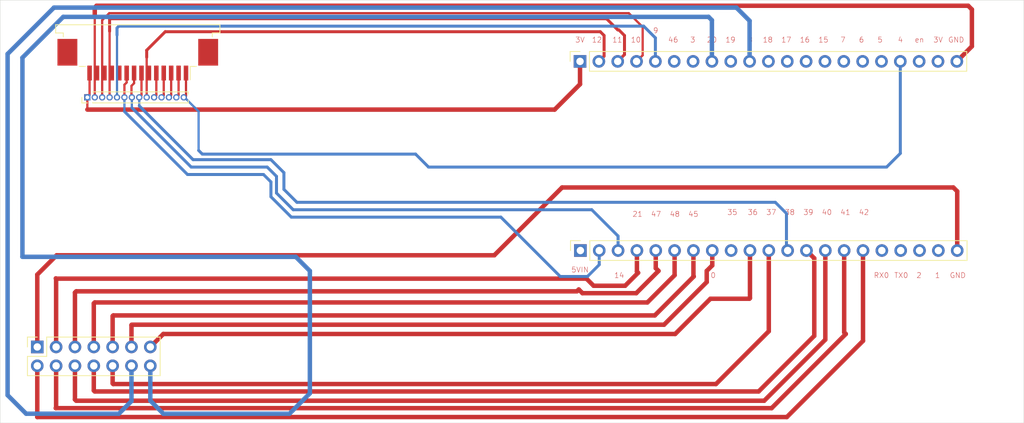
<source format=kicad_pcb>
(kicad_pcb (version 20241229) (generator "pcbnew") (generator_version "9.0")
  (layers (0 "F.Cu" signal) (2 "B.Cu" signal) (13 "F.Paste" user) (15 "B.Paste" user) (5 "F.SilkS" user "F.Silkscreen") (7 "B.SilkS" user "B.Silkscreen") (1 "F.Mask" user) (3 "B.Mask" user) (25 "Edge.Cuts" user))
  (net 0 "")
  (net 1 ".")
  (footprint "Connector_FFC-FPC:TE_1-84952-4_1x14-1MP_P1.0mm_Horizontal" (layer "F.Cu") (at 98.05 84.02 180)
    (property "Reference" "REF**" (hide yes))
    (property "Value" "TE_1-84952-4_1x14-1MP_P1.0mm_Horizontal" (hide yes))
    (fp_line (start 11.07 4.71) (end -11.07 4.71) (stroke (width 0.12)) (layer "F.SilkS"))
    (fp_line (start 11.07 3.6) (end 11.07 4.71) (stroke (width 0.12)) (layer "F.SilkS"))
    (fp_line (start 10.045 3.6) (end 11.07 3.6) (stroke (width 0.12)) (layer "F.SilkS"))
    (fp_line (start 10.045 3.06) (end 10.045 3.6) (stroke (width 0.12)) (layer "F.SilkS"))
    (fp_line (start 7.065 -0.91) (end 7.89 -0.91) (stroke (width 0.12)) (layer "F.SilkS"))
    (fp_line (start -7.065 -0.91) (end -7.065 -2.71) (stroke (width 0.12)) (layer "F.SilkS"))
    (fp_line (start -7.89 -0.91) (end -7.065 -0.91) (stroke (width 0.12)) (layer "F.SilkS"))
    (fp_line (start -10.045 3.6) (end -10.045 3.06) (stroke (width 0.12)) (layer "F.SilkS"))
    (fp_line (start -11.07 4.71) (end -11.07 3.6) (stroke (width 0.12)) (layer "F.SilkS"))
    (fp_line (start -11.07 3.6) (end -10.045 3.6) (stroke (width 0.12)) (layer "F.SilkS"))
    (pad "1" smd rect (at -6.5 -1.8 180) (size 0.61 2) (layers "F.Cu" "F.Mask" "F.Paste"))
    (pad "2" smd rect (at -5.5 -1.8 180) (size 0.61 2) (layers "F.Cu" "F.Mask" "F.Paste"))
    (pad "3" smd rect (at -4.5 -1.8 180) (size 0.61 2) (layers "F.Cu" "F.Mask" "F.Paste"))
    (pad "4" smd rect (at -3.5 -1.8 180) (size 0.61 2) (layers "F.Cu" "F.Mask" "F.Paste"))
    (pad "5" smd rect (at -2.5 -1.8 180) (size 0.61 2) (layers "F.Cu" "F.Mask" "F.Paste"))
    (pad "6" smd rect (at -1.5 -1.8 180) (size 0.61 2) (layers "F.Cu" "F.Mask" "F.Paste"))
    (pad "7" smd rect (at -0.5 -1.8 180) (size 0.61 2) (layers "F.Cu" "F.Mask" "F.Paste") (net 1 "."))
    (pad "8" smd rect (at 0.5 -1.8 180) (size 0.61 2) (layers "F.Cu" "F.Mask" "F.Paste"))
    (pad "9" smd rect (at 1.5 -1.8 180) (size 0.61 2) (layers "F.Cu" "F.Mask" "F.Paste"))
    (pad "10" smd rect (at 2.5 -1.8 180) (size 0.61 2) (layers "F.Cu" "F.Mask" "F.Paste"))
    (pad "11" smd rect (at 3.5 -1.8 180) (size 0.61 2) (layers "F.Cu" "F.Mask" "F.Paste"))
    (pad "12" smd rect (at 4.5 -1.8 180) (size 0.61 2) (layers "F.Cu" "F.Mask" "F.Paste"))
    (pad "13" smd rect (at 5.5 -1.8 180) (size 0.61 2) (layers "F.Cu" "F.Mask" "F.Paste"))
    (pad "14" smd rect (at 6.5 -1.8 180) (size 0.61 2) (layers "F.Cu" "F.Mask" "F.Paste"))
    (pad "MP" smd rect (at -9.49 1 180) (size 2.68 3.6) (layers "F.Cu" "F.Mask" "F.Paste"))
    (pad "MP" smd rect (at 9.49 1 180) (size 2.68 3.6) (layers "F.Cu" "F.Mask" "F.Paste"))
  )
  (footprint "Connector_PinSocket_2.54mm:PinSocket_1x21_P2.54mm_Vertical" (layer "F.Cu") (at 157.72 109.75 90)
    (property "Reference" "REF**" (hide yes))
    (property "Value" "PinSocket_1x21_P2.54mm_Vertical" (hide yes))
    (fp_line (start 1.33 -1.33) (end 1.33 0) (stroke (width 0.12)) (layer "F.SilkS"))
    (fp_line (start 0 -1.33) (end 1.33 -1.33) (stroke (width 0.12)) (layer "F.SilkS"))
    (fp_line (start 1.33 1.27) (end 1.33 52.13) (stroke (width 0.12)) (layer "F.SilkS"))
    (fp_line (start -1.33 1.27) (end 1.33 1.27) (stroke (width 0.12)) (layer "F.SilkS"))
    (fp_line (start -1.33 1.27) (end -1.33 52.13) (stroke (width 0.12)) (layer "F.SilkS"))
    (fp_line (start -1.33 52.13) (end 1.33 52.13) (stroke (width 0.12)) (layer "F.SilkS"))
    (pad "1" thru_hole rect (at 0 0 90) (size 1.7 1.7) (drill 1) (layers "*.Cu" "*.Mask") (net 1 "."))
    (pad "2" thru_hole circle (at 0 2.54 90) (size 1.7 1.7) (drill 1) (layers "*.Cu" "*.Mask") (net 1 "."))
    (pad "3" thru_hole circle (at 0 5.08 90) (size 1.7 1.7) (drill 1) (layers "*.Cu" "*.Mask") (net 1 "."))
    (pad "4" thru_hole circle (at 0 7.62 90) (size 1.7 1.7) (drill 1) (layers "*.Cu" "*.Mask") (net 1 "."))
    (pad "5" thru_hole circle (at 0 10.16 90) (size 1.7 1.7) (drill 1) (layers "*.Cu" "*.Mask") (net 1 "."))
    (pad "6" thru_hole circle (at 0 12.7 90) (size 1.7 1.7) (drill 1) (layers "*.Cu" "*.Mask") (net 1 "."))
    (pad "7" thru_hole circle (at 0 15.24 90) (size 1.7 1.7) (drill 1) (layers "*.Cu" "*.Mask") (net 1 "."))
    (pad "8" thru_hole circle (at 0 17.78 90) (size 1.7 1.7) (drill 1) (layers "*.Cu" "*.Mask") (net 1 "."))
    (pad "9" thru_hole circle (at 0 20.32 90) (size 1.7 1.7) (drill 1) (layers "*.Cu" "*.Mask") (net 1 "."))
    (pad "10" thru_hole circle (at 0 22.86 90) (size 1.7 1.7) (drill 1) (layers "*.Cu" "*.Mask") (net 1 "."))
    (pad "11" thru_hole circle (at 0 25.4 90) (size 1.7 1.7) (drill 1) (layers "*.Cu" "*.Mask") (net 1 "."))
    (pad "12" thru_hole circle (at 0 27.94 90) (size 1.7 1.7) (drill 1) (layers "*.Cu" "*.Mask") (net 1 "."))
    (pad "13" thru_hole circle (at 0 30.48 90) (size 1.7 1.7) (drill 1) (layers "*.Cu" "*.Mask") (net 1 "."))
    (pad "14" thru_hole circle (at 0 33.02 90) (size 1.7 1.7) (drill 1) (layers "*.Cu" "*.Mask") (net 1 "."))
    (pad "15" thru_hole circle (at 0 35.56 90) (size 1.7 1.7) (drill 1) (layers "*.Cu" "*.Mask") (net 1 "."))
    (pad "16" thru_hole circle (at 0 38.1 90) (size 1.7 1.7) (drill 1) (layers "*.Cu" "*.Mask") (net 1 "."))
    (pad "17" thru_hole circle (at 0 40.64 90) (size 1.7 1.7) (drill 1) (layers "*.Cu" "*.Mask") (net 1 "."))
    (pad "18" thru_hole circle (at 0 43.18 90) (size 1.7 1.7) (drill 1) (layers "*.Cu" "*.Mask") (net 1 "."))
    (pad "19" thru_hole circle (at 0 45.72 90) (size 1.7 1.7) (drill 1) (layers "*.Cu" "*.Mask") (net 1 "."))
    (pad "20" thru_hole circle (at 0 48.26 90) (size 1.7 1.7) (drill 1) (layers "*.Cu" "*.Mask") (net 1 "."))
    (pad "21" thru_hole circle (at 0 50.8 90) (size 1.7 1.7) (drill 1) (layers "*.Cu" "*.Mask") (net 1 "."))
  )
  (footprint "Connector_PinSocket_2.54mm:PinSocket_2x07_P2.54mm_Vertical" (layer "F.Cu") (at 84.5 122.75 90)
    (property "Reference" "REF**" (hide yes))
    (property "Value" "PinSocket_2x07_P2.54mm_Vertical" (hide yes))
    (fp_line (start 1.33 -1.33) (end 1.33 0) (stroke (width 0.12)) (layer "F.SilkS"))
    (fp_line (start 0 -1.33) (end 1.33 -1.33) (stroke (width 0.12)) (layer "F.SilkS"))
    (fp_line (start -1.27 -1.33) (end -1.27 1.27) (stroke (width 0.12)) (layer "F.SilkS"))
    (fp_line (start -3.87 -1.33) (end -1.27 -1.33) (stroke (width 0.12)) (layer "F.SilkS"))
    (fp_line (start -3.87 -1.33) (end -3.87 16.57) (stroke (width 0.12)) (layer "F.SilkS"))
    (fp_line (start 1.33 1.27) (end 1.33 16.57) (stroke (width 0.12)) (layer "F.SilkS"))
    (fp_line (start -1.27 1.27) (end 1.33 1.27) (stroke (width 0.12)) (layer "F.SilkS"))
    (fp_line (start -3.87 16.57) (end 1.33 16.57) (stroke (width 0.12)) (layer "F.SilkS"))
    (pad "1" thru_hole rect (at 0 0 90) (size 1.7 1.7) (drill 1) (layers "*.Cu" "*.Mask") (net 1 "."))
    (pad "2" thru_hole circle (at -2.54 0 90) (size 1.7 1.7) (drill 1) (layers "*.Cu" "*.Mask") (net 1 "."))
    (pad "3" thru_hole circle (at 0 2.54 90) (size 1.7 1.7) (drill 1) (layers "*.Cu" "*.Mask") (net 1 "."))
    (pad "4" thru_hole circle (at -2.54 2.54 90) (size 1.7 1.7) (drill 1) (layers "*.Cu" "*.Mask") (net 1 "."))
    (pad "5" thru_hole circle (at 0 5.08 90) (size 1.7 1.7) (drill 1) (layers "*.Cu" "*.Mask") (net 1 "."))
    (pad "6" thru_hole circle (at -2.54 5.08 90) (size 1.7 1.7) (drill 1) (layers "*.Cu" "*.Mask") (net 1 "."))
    (pad "7" thru_hole circle (at 0 7.62 90) (size 1.7 1.7) (drill 1) (layers "*.Cu" "*.Mask") (net 1 "."))
    (pad "8" thru_hole circle (at -2.54 7.62 90) (size 1.7 1.7) (drill 1) (layers "*.Cu" "*.Mask") (net 1 "."))
    (pad "9" thru_hole circle (at 0 10.16 90) (size 1.7 1.7) (drill 1) (layers "*.Cu" "*.Mask") (net 1 "."))
    (pad "10" thru_hole circle (at -2.54 10.16 90) (size 1.7 1.7) (drill 1) (layers "*.Cu" "*.Mask") (net 1 "."))
    (pad "11" thru_hole circle (at 0 12.7 90) (size 1.7 1.7) (drill 1) (layers "*.Cu" "*.Mask") (net 1 "."))
    (pad "12" thru_hole circle (at -2.54 12.7 90) (size 1.7 1.7) (drill 1) (layers "*.Cu" "*.Mask"))
    (pad "13" thru_hole circle (at 0 15.24 90) (size 1.7 1.7) (drill 1) (layers "*.Cu" "*.Mask") (net 1 "."))
    (pad "14" thru_hole circle (at -2.54 15.24 90) (size 1.7 1.7) (drill 1) (layers "*.Cu" "*.Mask"))
  )
  (footprint "MountingHole:MountingHole_2.5mm" (layer "F.Cu") (at 90.8 102.69)
    (property "Reference" "REF**" (hide yes))
    (property "Value" "MountingHole_2.5mm" (hide yes))
    (pad "" np_thru_hole circle (at 0 0) (size 13 13) (drill 13) (layers "*.Cu" "*.Mask"))
  )
  (footprint "Connector_PinHeader_1.00mm:PinHeader_1x14_P1.00mm_Vertical" (layer "F.Cu") (at 91.25 89.1 90)
    (property "Reference" "REF**" (hide yes))
    (property "Value" "PinHeader_1x14_P1.00mm_Vertical" (hide yes))
    (fp_line (start -0.745 -0.735) (end 0 -0.735) (stroke (width 0.12)) (layer "F.SilkS"))
    (fp_line (start -0.745 0) (end -0.745 -0.735) (stroke (width 0.12)) (layer "F.SilkS"))
    (fp_line (start 0.745 0.735) (end 0.745 13.61) (stroke (width 0.12)) (layer "F.SilkS"))
    (fp_line (start 0.685565 0.735) (end 0.745 0.735) (stroke (width 0.12)) (layer "F.SilkS"))
    (fp_line (start -0.745 0.735) (end -0.685565 0.735) (stroke (width 0.12)) (layer "F.SilkS"))
    (fp_line (start -0.745 0.735) (end -0.745 13.61) (stroke (width 0.12)) (layer "F.SilkS"))
    (fp_line (start 0.41003 13.61) (end 0.745 13.61) (stroke (width 0.12)) (layer "F.SilkS"))
    (fp_line (start -0.745 13.61) (end -0.41003 13.61) (stroke (width 0.12)) (layer "F.SilkS"))
    (pad "1" thru_hole rect (at 0 0 90) (size 0.85 0.85) (drill 0.5) (layers "*.Cu" "*.Mask"))
    (pad "2" thru_hole circle (at 0 1 90) (size 0.85 0.85) (drill 0.5) (layers "*.Cu" "*.Mask"))
    (pad "3" thru_hole circle (at 0 2 90) (size 0.85 0.85) (drill 0.5) (layers "*.Cu" "*.Mask"))
    (pad "4" thru_hole circle (at 0 3 90) (size 0.85 0.85) (drill 0.5) (layers "*.Cu" "*.Mask"))
    (pad "5" thru_hole circle (at 0 4 90) (size 0.85 0.85) (drill 0.5) (layers "*.Cu" "*.Mask"))
    (pad "6" thru_hole circle (at 0 5 90) (size 0.85 0.85) (drill 0.5) (layers "*.Cu" "*.Mask"))
    (pad "7" thru_hole circle (at 0 6 90) (size 0.85 0.85) (drill 0.5) (layers "*.Cu" "*.Mask"))
    (pad "8" thru_hole circle (at 0 7 90) (size 0.85 0.85) (drill 0.5) (layers "*.Cu" "*.Mask"))
    (pad "9" thru_hole circle (at 0 8 90) (size 0.85 0.85) (drill 0.5) (layers "*.Cu" "*.Mask"))
    (pad "10" thru_hole circle (at 0 9 90) (size 0.85 0.85) (drill 0.5) (layers "*.Cu" "*.Mask"))
    (pad "11" thru_hole circle (at 0 10 90) (size 0.85 0.85) (drill 0.5) (layers "*.Cu" "*.Mask"))
    (pad "12" thru_hole circle (at 0 11 90) (size 0.85 0.85) (drill 0.5) (layers "*.Cu" "*.Mask"))
    (pad "13" thru_hole circle (at 0 12 90) (size 0.85 0.85) (drill 0.5) (layers "*.Cu" "*.Mask"))
    (pad "14" thru_hole circle (at 0 13 90) (size 0.85 0.85) (drill 0.5) (layers "*.Cu" "*.Mask"))
  )
  (footprint "Connector_PinSocket_2.54mm:PinSocket_1x21_P2.54mm_Vertical" (layer "F.Cu") (at 157.67 84.25 90)
    (property "Reference" "REF**" (hide yes))
    (property "Value" "PinSocket_1x21_P2.54mm_Vertical" (hide yes))
    (fp_line (start 1.33 -1.33) (end 1.33 0) (stroke (width 0.12)) (layer "F.SilkS"))
    (fp_line (start 0 -1.33) (end 1.33 -1.33) (stroke (width 0.12)) (layer "F.SilkS"))
    (fp_line (start 1.33 1.27) (end 1.33 52.13) (stroke (width 0.12)) (layer "F.SilkS"))
    (fp_line (start -1.33 1.27) (end 1.33 1.27) (stroke (width 0.12)) (layer "F.SilkS"))
    (fp_line (start -1.33 1.27) (end -1.33 52.13) (stroke (width 0.12)) (layer "F.SilkS"))
    (fp_line (start -1.33 52.13) (end 1.33 52.13) (stroke (width 0.12)) (layer "F.SilkS"))
    (pad "1" thru_hole rect (at 0 0 90) (size 1.7 1.7) (drill 1) (layers "*.Cu" "*.Mask"))
    (pad "2" thru_hole circle (at 0 2.54 90) (size 1.7 1.7) (drill 1) (layers "*.Cu" "*.Mask"))
    (pad "3" thru_hole circle (at 0 5.08 90) (size 1.7 1.7) (drill 1) (layers "*.Cu" "*.Mask"))
    (pad "4" thru_hole circle (at 0 7.62 90) (size 1.7 1.7) (drill 1) (layers "*.Cu" "*.Mask"))
    (pad "5" thru_hole circle (at 0 10.16 90) (size 1.7 1.7) (drill 1) (layers "*.Cu" "*.Mask"))
    (pad "6" thru_hole circle (at 0 12.7 90) (size 1.7 1.7) (drill 1) (layers "*.Cu" "*.Mask"))
    (pad "7" thru_hole circle (at 0 15.24 90) (size 1.7 1.7) (drill 1) (layers "*.Cu" "*.Mask"))
    (pad "8" thru_hole circle (at 0 17.78 90) (size 1.7 1.7) (drill 1) (layers "*.Cu" "*.Mask"))
    (pad "9" thru_hole circle (at 0 20.32 90) (size 1.7 1.7) (drill 1) (layers "*.Cu" "*.Mask"))
    (pad "10" thru_hole circle (at 0 22.86 90) (size 1.7 1.7) (drill 1) (layers "*.Cu" "*.Mask"))
    (pad "11" thru_hole circle (at 0 25.4 90) (size 1.7 1.7) (drill 1) (layers "*.Cu" "*.Mask"))
    (pad "12" thru_hole circle (at 0 27.94 90) (size 1.7 1.7) (drill 1) (layers "*.Cu" "*.Mask"))
    (pad "13" thru_hole circle (at 0 30.48 90) (size 1.7 1.7) (drill 1) (layers "*.Cu" "*.Mask"))
    (pad "14" thru_hole circle (at 0 33.02 90) (size 1.7 1.7) (drill 1) (layers "*.Cu" "*.Mask"))
    (pad "15" thru_hole circle (at 0 35.56 90) (size 1.7 1.7) (drill 1) (layers "*.Cu" "*.Mask"))
    (pad "16" thru_hole circle (at 0 38.1 90) (size 1.7 1.7) (drill 1) (layers "*.Cu" "*.Mask"))
    (pad "17" thru_hole circle (at 0 40.64 90) (size 1.7 1.7) (drill 1) (layers "*.Cu" "*.Mask"))
    (pad "18" thru_hole circle (at 0 43.18 90) (size 1.7 1.7) (drill 1) (layers "*.Cu" "*.Mask"))
    (pad "19" thru_hole circle (at 0 45.72 90) (size 1.7 1.7) (drill 1) (layers "*.Cu" "*.Mask"))
    (pad "20" thru_hole circle (at 0 48.26 90) (size 1.7 1.7) (drill 1) (layers "*.Cu" "*.Mask"))
    (pad "21" thru_hole circle (at 0 50.8 90) (size 1.7 1.7) (drill 1) (layers "*.Cu" "*.Mask"))
  )
  (gr_line (start 217.5 76) (end 79.5 76) (stroke (width 0.05)) (layer "Edge.Cuts"))
  (gr_line (start 217.5 133) (end 217.5 76) (stroke (width 0.05)) (layer "Edge.Cuts"))
  (gr_line (start 217.5 133) (end 79.5 133) (stroke (width 0.05)) (layer "Edge.Cuts"))
  (gr_line (start 79.5 76) (end 79.5 133) (stroke (width 0.05)) (layer "Edge.Cuts"))
  (gr_text "en" (at 202.78 81.75 0) (layer "F.Cu") (effects (font (size 0.7 0.7) (thickness 0.05)) (justify left bottom)))
  (gr_text "11" (at 162 81.75 0) (layer "F.Cu") (effects (font (size 0.7 0.7) (thickness 0.05)) (justify left bottom)))
  (gr_text "19" (at 177.25 81.75 0) (layer "F.Cu") (effects (font (size 0.7 0.7) (thickness 0.05)) (justify left bottom)))
  (gr_text "14" (at 162.25 113.5 0) (layer "F.Cu") (effects (font (size 0.7 0.7) (thickness 0.05)) (justify left bottom)))
  (gr_text "21" (at 164.72 105.25 0) (layer "F.Cu") (effects (font (size 0.7 0.7) (thickness 0.05)) (justify left bottom)))
  (gr_text "40" (at 190.25 105 0) (layer "F.Cu") (effects (font (size 0.7 0.7) (thickness 0.05)) (justify left bottom)))
  (gr_text "39" (at 187.75 105 0) (layer "F.Cu") (effects (font (size 0.7 0.7) (thickness 0.05)) (justify left bottom)))
  (gr_text "6" (at 195.25 81.75 0) (layer "F.Cu") (effects (font (size 0.7 0.7) (thickness 0.05)) (justify left bottom)))
  (gr_text "42\n" (at 195.25 105 0) (layer "F.Cu") (effects (font (size 0.7 0.7) (thickness 0.05)) (justify left bottom)))
  (gr_text "46" (at 169.53 81.75 0) (layer "F.Cu") (effects (font (size 0.7 0.7) (thickness 0.05)) (justify left bottom)))
  (gr_text "TX0" (at 200 113.5 0) (layer "F.Cu") (effects (font (size 0.7 0.7) (thickness 0.05)) (justify left bottom)))
  (gr_text "3V" (at 205.28 81.75 0) (layer "F.Cu") (effects (font (size 0.7 0.7) (thickness 0.05)) (justify left bottom)))
  (gr_text "8" (at 180.25 81.75 0) (layer "F.Cu") (effects (font (size 0.7 0.7) (thickness 0.05)) (justify left bottom)))
  (gr_text "7" (at 192.75 81.75 0) (layer "F.Cu") (effects (font (size 0.7 0.7) (thickness 0.05)) (justify left bottom)))
  (gr_text "1" (at 205.5 113.5 0) (layer "F.Cu") (effects (font (size 0.7 0.7) (thickness 0.05)) (justify left bottom)))
  (gr_text "GND" (at 207.5 113.5 0) (layer "F.Cu") (effects (font (size 0.7 0.7) (thickness 0.05)) (justify left bottom)))
  (gr_text "37" (at 182.75 105 0) (layer "F.Cu") (effects (font (size 0.7 0.7) (thickness 0.05)) (justify left bottom)))
  (gr_text "36" (at 180.25 105 0) (layer "F.Cu") (effects (font (size 0.7 0.7) (thickness 0.05)) (justify left bottom)))
  (gr_text "17" (at 184.78 81.75 0) (layer "F.Cu") (effects (font (size 0.7 0.7) (thickness 0.05)) (justify left bottom)))
  (gr_text "3V" (at 157 81.75 0) (layer "F.Cu") (effects (font (size 0.7 0.7) (thickness 0.05)) (justify left bottom)))
  (gr_text "12" (at 159.25 81.75 0) (layer "F.Cu") (effects (font (size 0.7 0.7) (thickness 0.05)) (justify left bottom)))
  (gr_text "38" (at 185.25 105 0) (layer "F.Cu") (effects (font (size 0.7 0.7) (thickness 0.05)) (justify left bottom)))
  (gr_text "10" (at 164.5 81.75 0) (layer "F.Cu") (effects (font (size 0.7 0.7) (thickness 0.05)) (justify left bottom)))
  (gr_text "0" (at 175.25 113.5 0) (layer "F.Cu") (effects (font (size 0.7 0.7) (thickness 0.05)) (justify left bottom)))
  (gr_text "2" (at 203 113.5 0) (layer "F.Cu") (effects (font (size 0.7 0.7) (thickness 0.05)) (justify left bottom)))
  (gr_text "3" (at 172.5 81.75 0) (layer "F.Cu") (effects (font (size 0.7 0.7) (thickness 0.05)) (justify left bottom)))
  (gr_text "35" (at 177.5 105 0) (layer "F.Cu") (effects (font (size 0.7 0.7) (thickness 0.05)) (justify left bottom)))
  (gr_text "RX0" (at 197.25 113.5 0) (layer "F.Cu") (effects (font (size 0.7 0.7) (thickness 0.05)) (justify left bottom)))
  (gr_text "41" (at 192.75 105 0) (layer "F.Cu") (effects (font (size 0.7 0.7) (thickness 0.05)) (justify left bottom)))
  (gr_text "5VIN" (at 156.47 112.75 0) (layer "F.Cu") (effects (font (size 0.7 0.7) (thickness 0.05)) (justify left bottom)))
  (gr_text "45" (at 172.25 105.25 0) (layer "F.Cu") (effects (font (size 0.7 0.7) (thickness 0.05)) (justify left bottom)))
  (gr_text "18" (at 182.28 81.75 0) (layer "F.Cu") (effects (font (size 0.7 0.7) (thickness 0.05)) (justify left bottom)))
  (gr_text "48" (at 169.75 105.25 0) (layer "F.Cu") (effects (font (size 0.7 0.7) (thickness 0.05)) (justify left bottom)))
  (gr_text "5" (at 197.75 81.75 0) (layer "F.Cu") (effects (font (size 0.7 0.7) (thickness 0.05)) (justify left bottom)))
  (gr_text "GND" (at 207.28 81.75 0) (layer "F.Cu") (effects (font (size 0.7 0.7) (thickness 0.05)) (justify left bottom)))
  (gr_text "15" (at 189.78 81.75 0) (layer "F.Cu") (effects (font (size 0.7 0.7) (thickness 0.05)) (justify left bottom)))
  (gr_text "9" (at 167.5 80.5 0) (layer "F.Cu") (effects (font (size 0.7 0.7) (thickness 0.05)) (justify left bottom)))
  (gr_text "20" (at 174.75 81.75 0) (layer "F.Cu") (effects (font (size 0.7 0.7) (thickness 0.05)) (justify left bottom)))
  (gr_text "4" (at 200.5 81.75 0) (layer "F.Cu") (effects (font (size 0.7 0.7) (thickness 0.05)) (justify left bottom)))
  (gr_text "47" (at 167.22 105.25 0) (layer "F.Cu") (effects (font (size 0.7 0.7) (thickness 0.05)) (justify left bottom)))
  (gr_text "16" (at 187.28 81.75 0) (layer "F.Cu") (effects (font (size 0.7 0.7) (thickness 0.05)) (justify left bottom)))
  (segment (start 162.899709 80) (end 163.663894 80.764185) (width 0.4) (layer "F.Cu") (net 0))
  (segment (start 94.25 78.5) (end 161.25 78.5) (width 0.4) (layer "F.Cu") (net 0))
  (segment (start 92.25 77) (end 92.5 76.75) (width 0.6) (layer "F.Cu") (net 0))
  (segment (start 154.25 90.75) (end 157.67 87.33) (width 0.6) (layer "F.Cu") (net 0))
  (segment (start 101.55 88.8) (end 101.25 89.1) (width 0.3) (layer "F.Cu") (net 0))
  (segment (start 92.5 76.75) (end 210 76.75) (width 0.6) (layer "F.Cu") (net 0))
  (segment (start 100.55 85.82) (end 100.55 88.8) (width 0.3) (layer "F.Cu") (net 0))
  (segment (start 160.915629 83.544371) (end 160.21 84.25) (width 0.4) (layer "F.Cu") (net 0))
  (segment (start 99.25 82.75) (end 101.75 80.25) (width 0.4) (layer "F.Cu") (net 0))
  (segment (start 93.25 78.7) (end 94.2 77.75) (width 0.3) (layer "F.Cu") (net 0))
  (segment (start 161.25 78.5) (end 162.75 80) (width 0.4) (layer "F.Cu") (net 0))
  (segment (start 94.2 77.75) (end 164.25 77.75) (width 0.3) (layer "F.Cu") (net 0))
  (segment (start 100.55 88.8) (end 100.25 89.1) (width 0.3) (layer "F.Cu") (net 0))
  (segment (start 210.5 77.25) (end 210.5 82.22) (width 0.6) (layer "F.Cu") (net 0))
  (segment (start 99.25 89.1) (end 99.25 83.7) (width 0.3) (layer "F.Cu") (net 0))
  (segment (start 104.55 85.82) (end 104.55 88.9) (width 0.3) (layer "F.Cu") (net 0))
  (segment (start 102.55 85.82) (end 102.55 88.8) (width 0.3) (layer "F.Cu") (net 0))
  (segment (start 102.55 88.8) (end 102.25 89.1) (width 0.3) (layer "F.Cu") (net 0))
  (segment (start 91.25 90.75) (end 154.25 90.75) (width 0.6) (layer "F.Cu") (net 0))
  (segment (start 103.55 88.8) (end 103.25 89.1) (width 0.3) (layer "F.Cu") (net 0))
  (segment (start 91.55 88.8) (end 91.25 89.1) (width 0.3) (layer "F.Cu") (net 0))
  (segment (start 104.55 88.9) (end 104.35 89.1) (width 0.3) (layer "F.Cu") (net 0))
  (segment (start 101.75 80.25) (end 160.401731 80.25) (width 0.4) (layer "F.Cu") (net 0))
  (segment (start 160.915629 80.763898) (end 160.915629 83.544371) (width 0.4) (layer "F.Cu") (net 0))
  (segment (start 92.25 89.1) (end 92.25 77.95) (width 0.3) (layer "F.Cu") (net 0))
  (segment (start 166.11551 79.61551) (end 166.11551 83.42449) (width 0.3) (layer "F.Cu") (net 0))
  (segment (start 210 76.75) (end 210.5 77.25) (width 0.6) (layer "F.Cu") (net 0))
  (segment (start 166.11551 83.42449) (end 165.29 84.25) (width 0.3) (layer "F.Cu") (net 0))
  (segment (start 163.663894 83.336106) (end 162.75 84.25) (width 0.4) (layer "F.Cu") (net 0))
  (segment (start 157.67 87.33) (end 157.67 84.25) (width 0.6) (layer "F.Cu") (net 0))
  (segment (start 93.25 89.1) (end 93.25 78.7) (width 0.3) (layer "F.Cu") (net 0))
  (segment (start 164.25 77.75) (end 166.11551 79.61551) (width 0.3) (layer "F.Cu") (net 0))
  (segment (start 92.25 77.95) (end 92.25 77) (width 0.6) (layer "F.Cu") (net 0))
  (segment (start 103.55 85.82) (end 103.55 88.8) (width 0.3) (layer "F.Cu") (net 0))
  (segment (start 94.25 89.1) (end 94.25 80.2) (width 0.3) (layer "F.Cu") (net 0))
  (segment (start 160.401731 80.25) (end 160.915629 80.763898) (width 0.4) (layer "F.Cu") (net 0))
  (segment (start 91.55 85.82) (end 91.55 88.8) (width 0.3) (layer "F.Cu") (net 0))
  (segment (start 99.25 83.7) (end 99.25 82.75) (width 0.4) (layer "F.Cu") (net 0))
  (segment (start 210.5 82.22) (end 208.47 84.25) (width 0.6) (layer "F.Cu") (net 0))
  (segment (start 101.55 85.82) (end 101.55 88.8) (width 0.3) (layer "F.Cu") (net 0))
  (segment (start 162.75 80) (end 162.899709 80) (width 0.4) (layer "F.Cu") (net 0))
  (segment (start 91.25 89.1) (end 91.25 90.75) (width 0.3) (layer "F.Cu") (net 0))
  (segment (start 163.663894 80.764185) (end 163.663894 83.336106) (width 0.4) (layer "F.Cu") (net 0))
  (segment (start 94.25 80.2) (end 94.25 78.5) (width 0.4) (layer "F.Cu") (net 0))
  (via (at 93.25 89.1) (size 0.5) (drill 0.4) (layers "F.Cu" "B.Cu") (net 0))
  (via (at 99.25 89.1) (size 0.5) (drill 0.4) (layers "F.Cu" "B.Cu") (net 0))
  (via (at 91.25 89.1) (size 0.5) (drill 0.4) (layers "F.Cu" "B.Cu") (net 0))
  (via (at 99.25 89.1) (size 0.5) (drill 0.4) (layers "F.Cu" "B.Cu") (net 0))
  (via (at 92.25 89.1) (size 0.5) (drill 0.4) (layers "F.Cu" "B.Cu") (net 0))
  (via (at 103.25 89.1) (size 0.5) (drill 0.4) (layers "F.Cu" "B.Cu") (net 0))
  (via (at 100.25 89.1) (size 0.5) (drill 0.4) (layers "F.Cu" "B.Cu") (net 0))
  (via (at 104.25 89.1) (size 0.5) (drill 0.4) (layers "F.Cu" "B.Cu") (net 0))
  (via (at 102.25 89.1) (size 0.5) (drill 0.4) (layers "F.Cu" "B.Cu") (net 0))
  (via (at 103.25 89.1) (size 0.5) (drill 0.4) (layers "F.Cu" "B.Cu") (net 0))
  (via (at 95.25 89.1) (size 0.5) (drill 0.4) (layers "F.Cu" "B.Cu") (net 0))
  (via (at 94.25 89.1) (size 0.5) (drill 0.4) (layers "F.Cu" "B.Cu") (net 0))
  (via (at 104.25 89.1) (size 0.5) (drill 0.4) (layers "F.Cu" "B.Cu") (net 0))
  (via (at 93.25 89.1) (size 0.5) (drill 0.4) (layers "F.Cu" "B.Cu") (net 0))
  (via (at 92.25 89.1) (size 0.5) (drill 0.4) (layers "F.Cu" "B.Cu") (net 0))
  (via (at 95.25 89.1) (size 0.5) (drill 0.4) (layers "F.Cu" "B.Cu") (net 0))
  (via (at 102.25 89.1) (size 0.5) (drill 0.4) (layers "F.Cu" "B.Cu") (net 0))
  (via (at 100.25 89.1) (size 0.5) (drill 0.4) (layers "F.Cu" "B.Cu") (net 0))
  (via (at 101.25 89.1) (size 0.5) (drill 0.4) (layers "F.Cu" "B.Cu") (net 0))
  (via (at 94.25 89.1) (size 0.5) (drill 0.4) (layers "F.Cu" "B.Cu") (net 0))
  (via (at 91.25 89.1) (size 0.5) (drill 0.4) (layers "F.Cu" "B.Cu") (net 0))
  (via (at 101.25 89.1) (size 0.5) (drill 0.4) (layers "F.Cu" "B.Cu") (net 0))
  (segment (start 99.74 129.99) (end 101.5 131.75) (width 0.6) (layer "B.Cu") (net 0))
  (segment (start 101.5 131.75) (end 118.5 131.75) (width 0.6) (layer "B.Cu") (net 0))
  (segment (start 97.2 125.29) (end 97.2 130.05) (width 0.6) (layer "B.Cu") (net 0))
  (segment (start 167.83 81.08) (end 167.83 84.25) (width 0.4) (layer "B.Cu") (net 0))
  (segment (start 83 131.75) (end 80.5 129.25) (width 0.6) (layer "B.Cu") (net 0))
  (segment (start 119.35 110.6) (end 82.5 110.6) (width 0.6) (layer "B.Cu") (net 0))
  (segment (start 135.5 96.75) (end 137.25 98.5) (width 0.4) (layer "B.Cu") (net 0))
  (segment (start 95.25 80.7) (end 95.25 79.75) (width 0.4) (layer "B.Cu") (net 0))
  (segment (start 82.5 110.6) (end 82.5 83.75) (width 0.6) (layer "B.Cu") (net 0))
  (segment (start 106.75 96.75) (end 135.5 96.75) (width 0.4) (layer "B.Cu") (net 0))
  (segment (start 121.25 129) (end 121.25 112.5) (width 0.6) (layer "B.Cu") (net 0))
  (segment (start 137.25 98.5) (end 199 98.5) (width 0.4) (layer "B.Cu") (net 0))
  (segment (start 80.5 129.25) (end 80.5 83.25) (width 0.6) (layer "B.Cu") (net 0))
  (segment (start 199 98.5) (end 200.85 96.65) (width 0.4) (layer "B.Cu") (net 0))
  (segment (start 99.74 125.29) (end 99.74 129.99) (width 0.6) (layer "B.Cu") (net 0))
  (segment (start 88 78.25) (end 175 78.25) (width 0.6) (layer "B.Cu") (net 0))
  (segment (start 118.5 131.75) (end 121.25 129) (width 0.6) (layer "B.Cu") (net 0))
  (segment (start 175 78.25) (end 175.45 78.7) (width 0.6) (layer "B.Cu") (net 0))
  (segment (start 121.25 112.5) (end 119.35 110.6) (width 0.6) (layer "B.Cu") (net 0))
  (segment (start 200.85 96.65) (end 200.85 84.25) (width 0.4) (layer "B.Cu") (net 0))
  (segment (start 86.75 77) (end 178.75 77) (width 0.6) (layer "B.Cu") (net 0))
  (segment (start 82.5 83.75) (end 88 78.25) (width 0.6) (layer "B.Cu") (net 0))
  (segment (start 106.25 91) (end 106.25 96.25) (width 0.3) (layer "B.Cu") (net 0))
  (segment (start 95.5 79.5) (end 166.25 79.5) (width 0.4) (layer "B.Cu") (net 0))
  (segment (start 97.2 130.05) (end 95.5 131.75) (width 0.6) (layer "B.Cu") (net 0))
  (segment (start 180.53 78.78) (end 180.53 84.25) (width 0.6) (layer "B.Cu") (net 0))
  (segment (start 105.7 90.45) (end 106.25 91) (width 0.3) (layer "B.Cu") (net 0))
  (segment (start 104.35 89.1) (end 106.25 91) (width 0.3) (layer "B.Cu") (net 0))
  (segment (start 106.25 96.25) (end 106.75 96.75) (width 0.4) (layer "B.Cu") (net 0))
  (segment (start 95.5 131.75) (end 83 131.75) (width 0.6) (layer "B.Cu") (net 0))
  (segment (start 175.45 78.7) (end 175.45 84.25) (width 0.6) (layer "B.Cu") (net 0))
  (segment (start 95.25 79.75) (end 95.5 79.5) (width 0.4) (layer "B.Cu") (net 0))
  (segment (start 80.5 83.25) (end 86.75 77) (width 0.6) (layer "B.Cu") (net 0))
  (segment (start 95.25 89.1) (end 95.25 80.7) (width 0.3) (layer "B.Cu") (net 0))
  (segment (start 166.25 79.5) (end 167.83 81.08) (width 0.4) (layer "B.Cu") (net 0))
  (segment (start 178.75 77) (end 180.53 78.78) (width 0.6) (layer "B.Cu") (net 0))
  (segment (start 94.75 118.5) (end 167.75 118.5) (width 0.6) (layer "F.Cu") (net 1))
  (segment (start 96.25 87.4) (end 96.25 88.35) (width 0.3) (layer "F.Cu") (net 1))
  (segment (start 158.54 113.54) (end 159.5 114.5) (width 0.6) (layer "F.Cu") (net 1))
  (segment (start 175.25 116.25) (end 180.5 116.25) (width 0.6) (layer "F.Cu") (net 1))
  (segment (start 87.04 130.96) (end 87 131) (width 0.6) (layer "F.Cu") (net 1))
  (segment (start 97.25 119.75) (end 169 119.75) (width 0.6) (layer "F.Cu") (net 1))
  (segment (start 168.25 112.5) (end 167.88 112.13) (width 0.6) (layer "F.Cu") (net 1))
  (segment (start 183.12 120.63) (end 183.12 109.75) (width 0.6) (layer "F.Cu") (net 1))
  (segment (start 193.5 121) (end 193.28 120.78) (width 0.6) (layer "F.Cu") (net 1))
  (segment (start 87.04 113.54) (end 87 113.5) (width 0.6) (layer "F.Cu") (net 1))
  (segment (start 92.12 122.75) (end 92.12 116.88) (width 0.6) (layer "F.Cu") (net 1))
  (segment (start 97.2 87.55) (end 97.2 88.5) (width 0.3) (layer "F.Cu") (net 1))
  (segment (start 176 127.75) (end 183.12 120.63) (width 0.6) (layer "F.Cu") (net 1))
  (segment (start 173 113.25) (end 172.96 113.21) (width 0.6) (layer "F.Cu") (net 1))
  (segment (start 178 109.79) (end 178.04 109.75) (width 0.6) (layer "F.Cu") (net 1))
  (segment (start 84.5 113) (end 87.109 110.391) (width 0.6) (layer "F.Cu") (net 1))
  (segment (start 159.5 114.5) (end 163.75 114.5) (width 0.6) (layer "F.Cu") (net 1))
  (segment (start 89.58 129.83) (end 89.75 130) (width 0.6) (layer "F.Cu") (net 1))
  (segment (start 208 101.25) (end 208.52 101.77) (width 0.6) (layer "F.Cu") (net 1))
  (segment (start 180.5 116.25) (end 180.58 116.17) (width 0.6) (layer "F.Cu") (net 1))
  (segment (start 89.75 115.25) (end 157.25 115.25) (width 0.6) (layer "F.Cu") (net 1))
  (segment (start 185.551 132.199) (end 195.82 121.93) (width 0.6) (layer "F.Cu") (net 1))
  (segment (start 193.28 120.78) (end 193.28 109.75) (width 0.6) (layer "F.Cu") (net 1))
  (segment (start 170.42 113.08) (end 170.42 109.75) (width 0.6) (layer "F.Cu") (net 1))
  (segment (start 183.5 131) (end 193.5 121) (width 0.6) (layer "F.Cu") (net 1))
  (segment (start 97.2 88.5) (end 97.2 89.05) (width 0.3) (layer "F.Cu") (net 1))
  (segment (start 158 115.5) (end 165.25 115.5) (width 0.6) (layer "F.Cu") (net 1))
  (segment (start 94.66 125.29) (end 94.66 127.66) (width 0.6) (layer "F.Cu") (net 1))
  (segment (start 181.75 128.75) (end 189.25 121.25) (width 0.6) (layer "F.Cu") (net 1))
  (segment (start 189.25 110.8) (end 188.2 109.75) (width 0.6) (layer "F.Cu") (net 1))
  (segment (start 87.04 125.29) (end 87.04 130.96) (width 0.6) (layer "F.Cu") (net 1))
  (segment (start 87.04 113.54) (end 158.54 113.54) (width 0.6) (layer "F.Cu") (net 1))
  (segment (start 208.52 101.77) (end 208.52 109.75) (width 0.6) (layer "F.Cu") (net 1))
  (segment (start 157.5 115) (end 158 115.5) (width 0.6) (layer "F.Cu") (net 1))
  (segment (start 87 131) (end 183.5 131) (width 0.6) (layer "F.Cu") (net 1))
  (segment (start 96.25 88.35) (end 96.25 89.1) (width 0.3) (layer "F.Cu") (net 1))
  (segment (start 92.12 128.62) (end 92.25 128.75) (width 0.6) (layer "F.Cu") (net 1))
  (segment (start 195.82 121.93) (end 195.82 109.75) (width 0.6) (layer "F.Cu") (net 1))
  (segment (start 190.74 121.76) (end 190.74 109.75) (width 0.6) (layer "F.Cu") (net 1))
  (segment (start 167.75 118.5) (end 173 113.25) (width 0.6) (layer "F.Cu") (net 1))
  (segment (start 174.75 112.5) (end 175.5 111.75) (width 0.6) (layer "F.Cu") (net 1))
  (segment (start 165.34 112.59) (end 165.34 109.75) (width 0.6) (layer "F.Cu") (net 1))
  (segment (start 89.58 125.29) (end 89.58 129.83) (width 0.6) (layer "F.Cu") (net 1))
  (segment (start 165.25 115.5) (end 168.25 112.5) (width 0.6) (layer "F.Cu") (net 1))
  (segment (start 157.25 115.25) (end 157.5 115) (width 0.6) (layer "F.Cu") (net 1))
  (segment (start 146.109 110.391) (end 155.25 101.25) (width 0.6) (layer "F.Cu") (net 1))
  (segment (start 165.5 112.75) (end 165.34 112.59) (width 0.6) (layer "F.Cu") (net 1))
  (segment (start 87.04 122.75) (end 87.04 113.54) (width 0.6) (layer "F.Cu") (net 1))
  (segment (start 97.2 122.75) (end 97.2 119.8) (width 0.6) (layer "F.Cu") (net 1))
  (segment (start 96.55 87.1) (end 96.25 87.4) (width 0.3) (layer "F.Cu") (net 1))
  (segment (start 94.75 127.75) (end 176 127.75) (width 0.6) (layer "F.Cu") (net 1))
  (segment (start 155.25 101.25) (end 208 101.25) (width 0.6) (layer "F.Cu") (net 1))
  (segment (start 166.75 116.75) (end 170.42 113.08) (width 0.6) (layer "F.Cu") (net 1))
  (segment (start 172.96 113.21) (end 172.96 109.75) (width 0.6) (layer "F.Cu") (net 1))
  (segment (start 101.49 121) (end 170.5 121) (width 0.6) (layer "F.Cu") (net 1))
  (segment (start 89.58 122.75) (end 89.58 115.42) (width 0.6) (layer "F.Cu") (net 1))
  (segment (start 97.2 119.8) (end 97.25 119.75) (width 0.6) (layer "F.Cu") (net 1))
  (segment (start 94.66 122.75) (end 94.66 118.59) (width 0.6) (layer "F.Cu") (net 1))
  (segment (start 84.5 122.75) (end 84.5 113) (width 0.6) (layer "F.Cu") (net 1))
  (segment (start 89.75 130) (end 182.5 130) (width 0.6) (layer "F.Cu") (net 1))
  (segment (start 175.5 111.75) (end 175.5 109.75) (width 0.6) (layer "F.Cu") (net 1))
  (segment (start 94.66 118.59) (end 94.75 118.5) (width 0.6) (layer "F.Cu") (net 1))
  (segment (start 97.55 87.2) (end 97.2 87.55) (width 0.3) (layer "F.Cu") (net 1))
  (segment (start 170.5 121) (end 175.25 116.25) (width 0.6) (layer "F.Cu") (net 1))
  (segment (start 92.12 116.88) (end 92.25 116.75) (width 0.6) (layer "F.Cu") (net 1))
  (segment (start 98.55 85.82) (end 98.55 88.8) (width 0.3) (layer "F.Cu") (net 1))
  (segment (start 94.66 127.66) (end 94.75 127.75) (width 0.6) (layer "F.Cu") (net 1))
  (segment (start 174.75 114) (end 174.75 112.5) (width 0.6) (layer "F.Cu") (net 1))
  (segment (start 89.58 115.42) (end 89.75 115.25) (width 0.6) (layer "F.Cu") (net 1))
  (segment (start 99.74 122.75) (end 101.49 121) (width 0.6) (layer "F.Cu") (net 1))
  (segment (start 98.55 88.8) (end 98.25 89.1) (width 0.3) (layer "F.Cu") (net 1))
  (segment (start 84.5 125.29) (end 84.5 132.199) (width 0.6) (layer "F.Cu") (net 1))
  (segment (start 167.88 112.13) (end 167.88 109.75) (width 0.6) (layer "F.Cu") (net 1))
  (segment (start 92.25 116.75) (end 166.75 116.75) (width 0.6) (layer "F.Cu") (net 1))
  (segment (start 169 119.75) (end 174.75 114) (width 0.6) (layer "F.Cu") (net 1))
  (segment (start 92.25 128.75) (end 181.75 128.75) (width 0.6) (layer "F.Cu") (net 1))
  (segment (start 84.5 132.199) (end 185.551 132.199) (width 0.6) (layer "F.Cu") (net 1))
  (segment (start 180.58 116.17) (end 180.58 109.75) (width 0.6) (layer "F.Cu") (net 1))
  (segment (start 92.12 125.29) (end 92.12 128.62) (width 0.6) (layer "F.Cu") (net 1))
  (segment (start 182.5 130) (end 190.74 121.76) (width 0.6) (layer "F.Cu") (net 1))
  (segment (start 96.55 85.82) (end 96.55 87.1) (width 0.3) (layer "F.Cu") (net 1))
  (segment (start 97.55 85.82) (end 97.55 87.2) (width 0.3) (layer "F.Cu") (net 1))
  (segment (start 97.2 89.05) (end 97.25 89.1) (width 0.3) (layer "F.Cu") (net 1))
  (segment (start 87.109 110.391) (end 146.109 110.391) (width 0.6) (layer "F.Cu") (net 1))
  (segment (start 163.75 114.5) (end 165.5 112.75) (width 0.6) (layer "F.Cu") (net 1))
  (segment (start 189.25 121.25) (end 189.25 110.8) (width 0.6) (layer "F.Cu") (net 1))
  (via (at 96.25 89.1) (size 0.5) (drill 0.4) (layers "F.Cu" "B.Cu") (net 1))
  (via (at 98.25 89.1) (size 0.5) (drill 0.4) (layers "F.Cu" "B.Cu") (net 1))
  (via (at 97.25 89.1) (size 0.5) (drill 0.4) (layers "F.Cu" "B.Cu") (net 1))
  (via (at 97.25 89.1) (size 0.5) (drill 0.4) (layers "F.Cu" "B.Cu") (net 1))
  (via (at 96.25 89.1) (size 0.5) (drill 0.4) (layers "F.Cu" "B.Cu") (net 1))
  (via (at 98.25 89.1) (size 0.5) (drill 0.4) (layers "F.Cu" "B.Cu") (net 1))
  (segment (start 97.25 89.1) (end 97.25 90.5) (width 0.3) (layer "B.Cu") (net 1))
  (segment (start 155 113.25) (end 158.670603 113.25) (width 0.4) (layer "B.Cu") (net 1))
  (segment (start 116 102.5) (end 118.75 105.25) (width 0.4) (layer "B.Cu") (net 1))
  (segment (start 117.75 101.5) (end 119.5 103.25) (width 0.4) (layer "B.Cu") (net 1))
  (segment (start 185.5 109.59) (end 185.66 109.75) (width 0.4) (layer "B.Cu") (net 1))
  (segment (start 118.75 105.25) (end 147 105.25) (width 0.4) (layer "B.Cu") (net 1))
  (segment (start 119.5 103.25) (end 184 103.25) (width 0.4) (layer "B.Cu") (net 1))
  (segment (start 115 99.5) (end 116 100.5) (width 0.4) (layer "B.Cu") (net 1))
  (segment (start 147 105.25) (end 155 113.25) (width 0.4) (layer "B.Cu") (net 1))
  (segment (start 116.75 102) (end 119 104.25) (width 0.4) (layer "B.Cu") (net 1))
  (segment (start 116 97.5) (end 117.75 99.25) (width 0.4) (layer "B.Cu") (net 1))
  (segment (start 184 103.25) (end 185.5 104.75) (width 0.4) (layer "B.Cu") (net 1))
  (segment (start 159.25 104.25) (end 162.8 107.8) (width 0.4) (layer "B.Cu") (net 1))
  (segment (start 117.75 99.25) (end 117.75 101.5) (width 0.4) (layer "B.Cu") (net 1))
  (segment (start 98.25 89.1) (end 98.25 90.25) (width 0.3) (layer "B.Cu") (net 1))
  (segment (start 97.25 90.5) (end 105.25 98.5) (width 0.4) (layer "B.Cu") (net 1))
  (segment (start 158.670603 113.25) (end 160.26 111.660603) (width 0.4) (layer "B.Cu") (net 1))
  (segment (start 116 100.5) (end 116 102.5) (width 0.4) (layer "B.Cu") (net 1))
  (segment (start 96.25 89.1) (end 96.25 91) (width 0.3) (layer "B.Cu") (net 1))
  (segment (start 105.5 97.5) (end 116 97.5) (width 0.4) (layer "B.Cu") (net 1))
  (segment (start 105.25 98.5) (end 115.5 98.5) (width 0.4) (layer "B.Cu") (net 1))
  (segment (start 96.25 91) (end 104.75 99.5) (width 0.4) (layer "B.Cu") (net 1))
  (segment (start 104.75 99.5) (end 115 99.5) (width 0.4) (layer "B.Cu") (net 1))
  (segment (start 116.75 99.75) (end 116.75 102) (width 0.4) (layer "B.Cu") (net 1))
  (segment (start 162.8 107.8) (end 162.8 109.75) (width 0.4) (layer "B.Cu") (net 1))
  (segment (start 115.5 98.5) (end 116.75 99.75) (width 0.4) (layer "B.Cu") (net 1))
  (segment (start 185.5 104.75) (end 185.5 109.59) (width 0.4) (layer "B.Cu") (net 1))
  (segment (start 119 104.25) (end 159.25 104.25) (width 0.4) (layer "B.Cu") (net 1))
  (segment (start 98.25 90.25) (end 105.5 97.5) (width 0.4) (layer "B.Cu") (net 1))
  (segment (start 160.26 111.660603) (end 160.26 109.75) (width 0.4) (layer "B.Cu") (net 1))
)
</source>
